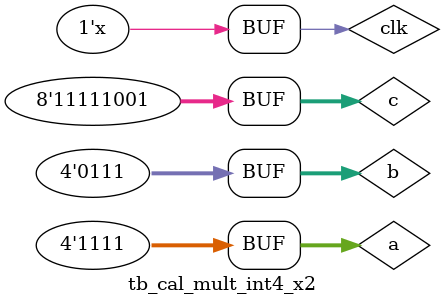
<source format=v>
`timescale 1ns/1ns
module tb_cal_mult_int4_x2();
    wire signed [3:0] a;
    wire signed [3:0] b;
    wire signed [7:0] c;
    wire signed [7:0] ac;
	wire signed [7:0] bc;
	
    assign a = 15;//6
    assign b = 7;
    assign c = -7;
    reg clk;
    initial begin
        clk<=0;
    end
always #10 clk<=~clk;
cal_mult_int4_x2 u_cal_mult_int4_x2
(
    .clk(clk),
	.a(a),
	.b(b),
	.c(c),
	.ac(ac),
	.bc(bc)
);
endmodule
</source>
